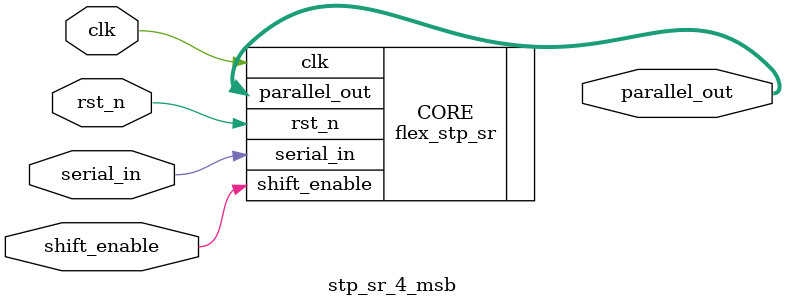
<source format=v>
module stp_sr_4_msb
(
  input wire clk,
  input wire rst_n,
  input wire serial_in,
  input wire shift_enable,
  output wire [3:0] parallel_out 
);

  flex_stp_sr 
  CORE(
    .clk(clk),
    .rst_n(rst_n),
    .serial_in(serial_in),
    .shift_enable(shift_enable),
    .parallel_out(parallel_out)
  );

endmodule

</source>
